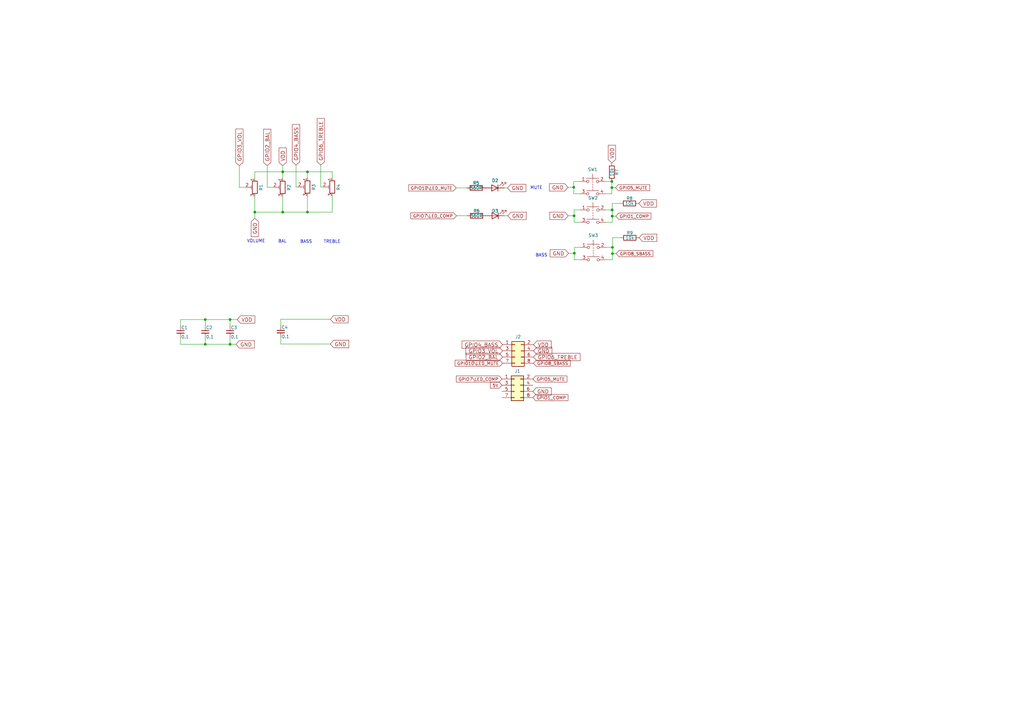
<source format=kicad_sch>
(kicad_sch (version 20211123) (generator eeschema)

  (uuid 67f6e996-3c99-493c-8f6f-e739e2ed5d7a)

  (paper "A3")

  (lib_symbols
    (symbol "Connector_Generic:Conn_02x04_Odd_Even" (pin_names (offset 1.016) hide) (in_bom yes) (on_board yes)
      (property "Reference" "J" (id 0) (at 1.27 5.08 0)
        (effects (font (size 1.27 1.27)))
      )
      (property "Value" "Conn_02x04_Odd_Even" (id 1) (at 1.27 -7.62 0)
        (effects (font (size 1.27 1.27)))
      )
      (property "Footprint" "" (id 2) (at 0 0 0)
        (effects (font (size 1.27 1.27)) hide)
      )
      (property "Datasheet" "~" (id 3) (at 0 0 0)
        (effects (font (size 1.27 1.27)) hide)
      )
      (property "ki_keywords" "connector" (id 4) (at 0 0 0)
        (effects (font (size 1.27 1.27)) hide)
      )
      (property "ki_description" "Generic connector, double row, 02x04, odd/even pin numbering scheme (row 1 odd numbers, row 2 even numbers), script generated (kicad-library-utils/schlib/autogen/connector/)" (id 5) (at 0 0 0)
        (effects (font (size 1.27 1.27)) hide)
      )
      (property "ki_fp_filters" "Connector*:*_2x??_*" (id 6) (at 0 0 0)
        (effects (font (size 1.27 1.27)) hide)
      )
      (symbol "Conn_02x04_Odd_Even_1_1"
        (rectangle (start -1.27 -4.953) (end 0 -5.207)
          (stroke (width 0.1524) (type default) (color 0 0 0 0))
          (fill (type none))
        )
        (rectangle (start -1.27 -2.413) (end 0 -2.667)
          (stroke (width 0.1524) (type default) (color 0 0 0 0))
          (fill (type none))
        )
        (rectangle (start -1.27 0.127) (end 0 -0.127)
          (stroke (width 0.1524) (type default) (color 0 0 0 0))
          (fill (type none))
        )
        (rectangle (start -1.27 2.667) (end 0 2.413)
          (stroke (width 0.1524) (type default) (color 0 0 0 0))
          (fill (type none))
        )
        (rectangle (start -1.27 3.81) (end 3.81 -6.35)
          (stroke (width 0.254) (type default) (color 0 0 0 0))
          (fill (type background))
        )
        (rectangle (start 3.81 -4.953) (end 2.54 -5.207)
          (stroke (width 0.1524) (type default) (color 0 0 0 0))
          (fill (type none))
        )
        (rectangle (start 3.81 -2.413) (end 2.54 -2.667)
          (stroke (width 0.1524) (type default) (color 0 0 0 0))
          (fill (type none))
        )
        (rectangle (start 3.81 0.127) (end 2.54 -0.127)
          (stroke (width 0.1524) (type default) (color 0 0 0 0))
          (fill (type none))
        )
        (rectangle (start 3.81 2.667) (end 2.54 2.413)
          (stroke (width 0.1524) (type default) (color 0 0 0 0))
          (fill (type none))
        )
        (pin passive line (at -5.08 2.54 0) (length 3.81)
          (name "Pin_1" (effects (font (size 1.27 1.27))))
          (number "1" (effects (font (size 1.27 1.27))))
        )
        (pin passive line (at 7.62 2.54 180) (length 3.81)
          (name "Pin_2" (effects (font (size 1.27 1.27))))
          (number "2" (effects (font (size 1.27 1.27))))
        )
        (pin passive line (at -5.08 0 0) (length 3.81)
          (name "Pin_3" (effects (font (size 1.27 1.27))))
          (number "3" (effects (font (size 1.27 1.27))))
        )
        (pin passive line (at 7.62 0 180) (length 3.81)
          (name "Pin_4" (effects (font (size 1.27 1.27))))
          (number "4" (effects (font (size 1.27 1.27))))
        )
        (pin passive line (at -5.08 -2.54 0) (length 3.81)
          (name "Pin_5" (effects (font (size 1.27 1.27))))
          (number "5" (effects (font (size 1.27 1.27))))
        )
        (pin passive line (at 7.62 -2.54 180) (length 3.81)
          (name "Pin_6" (effects (font (size 1.27 1.27))))
          (number "6" (effects (font (size 1.27 1.27))))
        )
        (pin passive line (at -5.08 -5.08 0) (length 3.81)
          (name "Pin_7" (effects (font (size 1.27 1.27))))
          (number "7" (effects (font (size 1.27 1.27))))
        )
        (pin passive line (at 7.62 -5.08 180) (length 3.81)
          (name "Pin_8" (effects (font (size 1.27 1.27))))
          (number "8" (effects (font (size 1.27 1.27))))
        )
      )
    )
    (symbol "Device:C_Small" (pin_numbers hide) (pin_names (offset 0.254) hide) (in_bom yes) (on_board yes)
      (property "Reference" "C" (id 0) (at 0.254 1.778 0)
        (effects (font (size 1.27 1.27)) (justify left))
      )
      (property "Value" "C_Small" (id 1) (at 0.254 -2.032 0)
        (effects (font (size 1.27 1.27)) (justify left))
      )
      (property "Footprint" "" (id 2) (at 0 0 0)
        (effects (font (size 1.27 1.27)) hide)
      )
      (property "Datasheet" "~" (id 3) (at 0 0 0)
        (effects (font (size 1.27 1.27)) hide)
      )
      (property "ki_keywords" "capacitor cap" (id 4) (at 0 0 0)
        (effects (font (size 1.27 1.27)) hide)
      )
      (property "ki_description" "Unpolarized capacitor, small symbol" (id 5) (at 0 0 0)
        (effects (font (size 1.27 1.27)) hide)
      )
      (property "ki_fp_filters" "C_*" (id 6) (at 0 0 0)
        (effects (font (size 1.27 1.27)) hide)
      )
      (symbol "C_Small_0_1"
        (polyline
          (pts
            (xy -1.524 -0.508)
            (xy 1.524 -0.508)
          )
          (stroke (width 0.3302) (type default) (color 0 0 0 0))
          (fill (type none))
        )
        (polyline
          (pts
            (xy -1.524 0.508)
            (xy 1.524 0.508)
          )
          (stroke (width 0.3048) (type default) (color 0 0 0 0))
          (fill (type none))
        )
      )
      (symbol "C_Small_1_1"
        (pin passive line (at 0 2.54 270) (length 2.032)
          (name "~" (effects (font (size 1.27 1.27))))
          (number "1" (effects (font (size 1.27 1.27))))
        )
        (pin passive line (at 0 -2.54 90) (length 2.032)
          (name "~" (effects (font (size 1.27 1.27))))
          (number "2" (effects (font (size 1.27 1.27))))
        )
      )
    )
    (symbol "Device:LED" (pin_numbers hide) (pin_names (offset 1.016) hide) (in_bom yes) (on_board yes)
      (property "Reference" "D" (id 0) (at 0 2.54 0)
        (effects (font (size 1.27 1.27)))
      )
      (property "Value" "LED" (id 1) (at 0 -2.54 0)
        (effects (font (size 1.27 1.27)))
      )
      (property "Footprint" "" (id 2) (at 0 0 0)
        (effects (font (size 1.27 1.27)) hide)
      )
      (property "Datasheet" "~" (id 3) (at 0 0 0)
        (effects (font (size 1.27 1.27)) hide)
      )
      (property "ki_keywords" "LED diode" (id 4) (at 0 0 0)
        (effects (font (size 1.27 1.27)) hide)
      )
      (property "ki_description" "Light emitting diode" (id 5) (at 0 0 0)
        (effects (font (size 1.27 1.27)) hide)
      )
      (property "ki_fp_filters" "LED* LED_SMD:* LED_THT:*" (id 6) (at 0 0 0)
        (effects (font (size 1.27 1.27)) hide)
      )
      (symbol "LED_0_1"
        (polyline
          (pts
            (xy -1.27 -1.27)
            (xy -1.27 1.27)
          )
          (stroke (width 0.254) (type default) (color 0 0 0 0))
          (fill (type none))
        )
        (polyline
          (pts
            (xy -1.27 0)
            (xy 1.27 0)
          )
          (stroke (width 0) (type default) (color 0 0 0 0))
          (fill (type none))
        )
        (polyline
          (pts
            (xy 1.27 -1.27)
            (xy 1.27 1.27)
            (xy -1.27 0)
            (xy 1.27 -1.27)
          )
          (stroke (width 0.254) (type default) (color 0 0 0 0))
          (fill (type none))
        )
        (polyline
          (pts
            (xy -3.048 -0.762)
            (xy -4.572 -2.286)
            (xy -3.81 -2.286)
            (xy -4.572 -2.286)
            (xy -4.572 -1.524)
          )
          (stroke (width 0) (type default) (color 0 0 0 0))
          (fill (type none))
        )
        (polyline
          (pts
            (xy -1.778 -0.762)
            (xy -3.302 -2.286)
            (xy -2.54 -2.286)
            (xy -3.302 -2.286)
            (xy -3.302 -1.524)
          )
          (stroke (width 0) (type default) (color 0 0 0 0))
          (fill (type none))
        )
      )
      (symbol "LED_1_1"
        (pin passive line (at -3.81 0 0) (length 2.54)
          (name "K" (effects (font (size 1.27 1.27))))
          (number "1" (effects (font (size 1.27 1.27))))
        )
        (pin passive line (at 3.81 0 180) (length 2.54)
          (name "A" (effects (font (size 1.27 1.27))))
          (number "2" (effects (font (size 1.27 1.27))))
        )
      )
    )
    (symbol "Device:R" (pin_numbers hide) (pin_names (offset 0)) (in_bom yes) (on_board yes)
      (property "Reference" "R" (id 0) (at 2.032 0 90)
        (effects (font (size 1.27 1.27)))
      )
      (property "Value" "R" (id 1) (at 0 0 90)
        (effects (font (size 1.27 1.27)))
      )
      (property "Footprint" "" (id 2) (at -1.778 0 90)
        (effects (font (size 1.27 1.27)) hide)
      )
      (property "Datasheet" "~" (id 3) (at 0 0 0)
        (effects (font (size 1.27 1.27)) hide)
      )
      (property "ki_keywords" "R res resistor" (id 4) (at 0 0 0)
        (effects (font (size 1.27 1.27)) hide)
      )
      (property "ki_description" "Resistor" (id 5) (at 0 0 0)
        (effects (font (size 1.27 1.27)) hide)
      )
      (property "ki_fp_filters" "R_*" (id 6) (at 0 0 0)
        (effects (font (size 1.27 1.27)) hide)
      )
      (symbol "R_0_1"
        (rectangle (start -1.016 -2.54) (end 1.016 2.54)
          (stroke (width 0.254) (type default) (color 0 0 0 0))
          (fill (type none))
        )
      )
      (symbol "R_1_1"
        (pin passive line (at 0 3.81 270) (length 1.27)
          (name "~" (effects (font (size 1.27 1.27))))
          (number "1" (effects (font (size 1.27 1.27))))
        )
        (pin passive line (at 0 -3.81 90) (length 1.27)
          (name "~" (effects (font (size 1.27 1.27))))
          (number "2" (effects (font (size 1.27 1.27))))
        )
      )
    )
    (symbol "Streamer_PCM5242_FRONT_1-rescue:R_POT_TRIM-Device" (pin_names (offset 1.016) hide) (in_bom yes) (on_board yes)
      (property "Reference" "RV" (id 0) (at -4.445 0 90)
        (effects (font (size 1.27 1.27)))
      )
      (property "Value" "R_POT_TRIM-Device" (id 1) (at -2.54 0 90)
        (effects (font (size 1.27 1.27)))
      )
      (property "Footprint" "" (id 2) (at 0 0 0)
        (effects (font (size 1.27 1.27)) hide)
      )
      (property "Datasheet" "" (id 3) (at 0 0 0)
        (effects (font (size 1.27 1.27)) hide)
      )
      (property "ki_fp_filters" "Potentiometer*" (id 4) (at 0 0 0)
        (effects (font (size 1.27 1.27)) hide)
      )
      (symbol "R_POT_TRIM-Device_0_1"
        (polyline
          (pts
            (xy 1.524 0.762)
            (xy 1.524 -0.762)
          )
          (stroke (width 0) (type default) (color 0 0 0 0))
          (fill (type none))
        )
        (polyline
          (pts
            (xy 2.54 0)
            (xy 1.524 0)
          )
          (stroke (width 0) (type default) (color 0 0 0 0))
          (fill (type none))
        )
        (rectangle (start 1.016 2.54) (end -1.016 -2.54)
          (stroke (width 0.254) (type default) (color 0 0 0 0))
          (fill (type none))
        )
      )
      (symbol "R_POT_TRIM-Device_1_1"
        (pin passive line (at 0 3.81 270) (length 1.27)
          (name "1" (effects (font (size 1.27 1.27))))
          (number "1" (effects (font (size 1.27 1.27))))
        )
        (pin passive line (at 3.81 0 180) (length 1.27)
          (name "2" (effects (font (size 1.27 1.27))))
          (number "2" (effects (font (size 1.27 1.27))))
        )
        (pin passive line (at 0 -3.81 90) (length 1.27)
          (name "3" (effects (font (size 1.27 1.27))))
          (number "3" (effects (font (size 1.27 1.27))))
        )
      )
    )
    (symbol "Switch:SW_Push_Dual" (pin_names (offset 1.016) hide) (in_bom yes) (on_board yes)
      (property "Reference" "SW" (id 0) (at 1.27 2.54 0)
        (effects (font (size 1.27 1.27)) (justify left))
      )
      (property "Value" "SW_Push_Dual" (id 1) (at 0 -6.858 0)
        (effects (font (size 1.27 1.27)))
      )
      (property "Footprint" "" (id 2) (at 0 5.08 0)
        (effects (font (size 1.27 1.27)) hide)
      )
      (property "Datasheet" "~" (id 3) (at 0 5.08 0)
        (effects (font (size 1.27 1.27)) hide)
      )
      (property "ki_keywords" "switch normally-open pushbutton push-button" (id 4) (at 0 0 0)
        (effects (font (size 1.27 1.27)) hide)
      )
      (property "ki_description" "Push button switch, generic, symbol, four pins" (id 5) (at 0 0 0)
        (effects (font (size 1.27 1.27)) hide)
      )
      (symbol "SW_Push_Dual_0_1"
        (circle (center -2.032 -5.08) (radius 0.508)
          (stroke (width 0) (type default) (color 0 0 0 0))
          (fill (type none))
        )
        (circle (center -2.032 0) (radius 0.508)
          (stroke (width 0) (type default) (color 0 0 0 0))
          (fill (type none))
        )
        (polyline
          (pts
            (xy 0 -3.048)
            (xy 0 -3.556)
          )
          (stroke (width 0) (type default) (color 0 0 0 0))
          (fill (type none))
        )
        (polyline
          (pts
            (xy 0 -2.032)
            (xy 0 -2.54)
          )
          (stroke (width 0) (type default) (color 0 0 0 0))
          (fill (type none))
        )
        (polyline
          (pts
            (xy 0 -1.524)
            (xy 0 -1.016)
          )
          (stroke (width 0) (type default) (color 0 0 0 0))
          (fill (type none))
        )
        (polyline
          (pts
            (xy 0 -0.508)
            (xy 0 0)
          )
          (stroke (width 0) (type default) (color 0 0 0 0))
          (fill (type none))
        )
        (polyline
          (pts
            (xy 0 0.508)
            (xy 0 1.016)
          )
          (stroke (width 0) (type default) (color 0 0 0 0))
          (fill (type none))
        )
        (polyline
          (pts
            (xy 0 1.27)
            (xy 0 3.048)
          )
          (stroke (width 0) (type default) (color 0 0 0 0))
          (fill (type none))
        )
        (polyline
          (pts
            (xy 2.54 -3.81)
            (xy -2.54 -3.81)
          )
          (stroke (width 0) (type default) (color 0 0 0 0))
          (fill (type none))
        )
        (polyline
          (pts
            (xy 2.54 1.27)
            (xy -2.54 1.27)
          )
          (stroke (width 0) (type default) (color 0 0 0 0))
          (fill (type none))
        )
        (circle (center 2.032 -5.08) (radius 0.508)
          (stroke (width 0) (type default) (color 0 0 0 0))
          (fill (type none))
        )
        (circle (center 2.032 0) (radius 0.508)
          (stroke (width 0) (type default) (color 0 0 0 0))
          (fill (type none))
        )
        (pin passive line (at -5.08 0 0) (length 2.54)
          (name "1" (effects (font (size 1.27 1.27))))
          (number "1" (effects (font (size 1.27 1.27))))
        )
        (pin passive line (at 5.08 0 180) (length 2.54)
          (name "2" (effects (font (size 1.27 1.27))))
          (number "2" (effects (font (size 1.27 1.27))))
        )
        (pin passive line (at -5.08 -5.08 0) (length 2.54)
          (name "3" (effects (font (size 1.27 1.27))))
          (number "3" (effects (font (size 1.27 1.27))))
        )
        (pin passive line (at 5.08 -5.08 180) (length 2.54)
          (name "4" (effects (font (size 1.27 1.27))))
          (number "4" (effects (font (size 1.27 1.27))))
        )
      )
    )
  )

  (junction (at 104.521 86.995) (diameter 0) (color 0 0 0 0)
    (uuid 0f22151c-f260-4674-b486-4710a2c42a55)
  )
  (junction (at 84.201 141.224) (diameter 0) (color 0 0 0 0)
    (uuid 378af8b4-af3d-46e7-89ae-deff12ca9067)
  )
  (junction (at 235.331 76.835) (diameter 0) (color 0 0 0 0)
    (uuid 4f66b314-0f62-4fb6-8c3c-f9c6a75cd3ec)
  )
  (junction (at 94.361 141.224) (diameter 0) (color 0 0 0 0)
    (uuid 4fb02e58-160a-4a39-9f22-d0c75e82ee72)
  )
  (junction (at 126.111 86.995) (diameter 0) (color 0 0 0 0)
    (uuid 66043bca-a260-4915-9fce-8a51d324c687)
  )
  (junction (at 251.079 86.106) (diameter 0) (color 0 0 0 0)
    (uuid 6781326c-6e0d-4753-8f28-0f5c687e01f9)
  )
  (junction (at 115.951 86.995) (diameter 0) (color 0 0 0 0)
    (uuid 6c2e273e-743c-4f1e-a647-4171f8122550)
  )
  (junction (at 250.952 76.962) (diameter 0) (color 0 0 0 0)
    (uuid 730b670c-9bcf-4dcd-9a8d-fcaa61fb0955)
  )
  (junction (at 94.361 131.064) (diameter 0) (color 0 0 0 0)
    (uuid 77ed3941-d133-4aef-a9af-5a39322d14eb)
  )
  (junction (at 126.111 70.485) (diameter 0) (color 0 0 0 0)
    (uuid 852dabbf-de45-4470-8176-59d37a754407)
  )
  (junction (at 250.952 74.422) (diameter 0) (color 0 0 0 0)
    (uuid 87d7448e-e139-4209-ae0b-372f805267da)
  )
  (junction (at 235.585 103.886) (diameter 0) (color 0 0 0 0)
    (uuid 8d9a3ecc-539f-41da-8099-d37cea9c28e7)
  )
  (junction (at 251.206 101.473) (diameter 0) (color 0 0 0 0)
    (uuid 9b3c58a7-a9b9-4498-abc0-f9f43e4f0292)
  )
  (junction (at 251.079 88.646) (diameter 0) (color 0 0 0 0)
    (uuid cb24efdd-07c6-4317-9277-131625b065ac)
  )
  (junction (at 84.201 131.064) (diameter 0) (color 0 0 0 0)
    (uuid df32840e-2912-4088-b54c-9a85f64c0265)
  )
  (junction (at 235.458 88.519) (diameter 0) (color 0 0 0 0)
    (uuid f202141e-c20d-4cac-b016-06a44f2ecce8)
  )
  (junction (at 251.206 104.013) (diameter 0) (color 0 0 0 0)
    (uuid f40d350f-0d3e-4f8a-b004-d950f2f8f1ba)
  )
  (junction (at 115.951 70.485) (diameter 0) (color 0 0 0 0)
    (uuid fe8d9267-7834-48d6-a191-c8724b2ee78d)
  )

  (wire (pts (xy 235.331 76.835) (xy 235.331 79.502))
    (stroke (width 0) (type default) (color 0 0 0 0))
    (uuid 01e9b6e7-adf9-4ee7-9447-a588630ee4a2)
  )
  (wire (pts (xy 115.951 86.995) (xy 104.521 86.995))
    (stroke (width 0) (type default) (color 0 0 0 0))
    (uuid 03c52831-5dc5-43c5-a442-8d23643b46fb)
  )
  (wire (pts (xy 115.189 138.557) (xy 115.189 141.097))
    (stroke (width 0) (type default) (color 0 0 0 0))
    (uuid 03caada9-9e22-4e2d-9035-b15433dfbb17)
  )
  (wire (pts (xy 250.952 74.422) (xy 250.952 76.962))
    (stroke (width 0) (type default) (color 0 0 0 0))
    (uuid 0755aee5-bc01-4cb5-b830-583289df50a3)
  )
  (wire (pts (xy 115.951 70.485) (xy 115.951 73.025))
    (stroke (width 0) (type default) (color 0 0 0 0))
    (uuid 0b21a65d-d20b-411e-920a-75c343ac5136)
  )
  (wire (pts (xy 251.206 104.013) (xy 251.206 106.553))
    (stroke (width 0) (type default) (color 0 0 0 0))
    (uuid 0e1ed1c5-7428-4dc7-b76e-49b2d5f8177d)
  )
  (wire (pts (xy 109.601 76.835) (xy 112.141 76.835))
    (stroke (width 0) (type default) (color 0 0 0 0))
    (uuid 0eaa98f0-9565-4637-ace3-42a5231b07f7)
  )
  (wire (pts (xy 136.271 86.995) (xy 126.111 86.995))
    (stroke (width 0) (type default) (color 0 0 0 0))
    (uuid 0f54db53-a272-4955-88fb-d7ab00657bb0)
  )
  (wire (pts (xy 84.201 138.684) (xy 84.201 141.224))
    (stroke (width 0) (type default) (color 0 0 0 0))
    (uuid 0ff508fd-18da-4ab7-9844-3c8a28c2587e)
  )
  (wire (pts (xy 254.381 83.439) (xy 251.079 83.439))
    (stroke (width 0) (type default) (color 0 0 0 0))
    (uuid 101ef598-601d-400e-9ef6-d655fbb1dbfa)
  )
  (wire (pts (xy 115.189 133.477) (xy 115.189 130.937))
    (stroke (width 0) (type default) (color 0 0 0 0))
    (uuid 13c0ff76-ed71-4cd9-abb0-92c376825d5d)
  )
  (wire (pts (xy 115.189 141.097) (xy 135.509 141.097))
    (stroke (width 0) (type default) (color 0 0 0 0))
    (uuid 15fe8f3d-6077-4e0e-81d0-8ec3f4538981)
  )
  (wire (pts (xy 251.079 91.186) (xy 248.285 91.186))
    (stroke (width 0) (type default) (color 0 0 0 0))
    (uuid 16a9ae8c-3ad2-439b-8efe-377c994670c7)
  )
  (wire (pts (xy 98.171 67.945) (xy 98.171 76.835))
    (stroke (width 0) (type default) (color 0 0 0 0))
    (uuid 181abe7a-f941-42b6-bd46-aaa3131f90fb)
  )
  (wire (pts (xy 235.458 88.519) (xy 235.458 91.186))
    (stroke (width 0) (type default) (color 0 0 0 0))
    (uuid 182b2d54-931d-49d6-9f39-60a752623e36)
  )
  (wire (pts (xy 104.521 80.645) (xy 104.521 86.995))
    (stroke (width 0) (type default) (color 0 0 0 0))
    (uuid 1831fb37-1c5d-42c4-b898-151be6fca9dc)
  )
  (wire (pts (xy 121.412 67.691) (xy 121.412 76.708))
    (stroke (width 0) (type default) (color 0 0 0 0))
    (uuid 1a1ab354-5f85-45f9-938c-9f6c4c8c3ea2)
  )
  (wire (pts (xy 94.361 138.684) (xy 94.361 141.224))
    (stroke (width 0) (type default) (color 0 0 0 0))
    (uuid 1f3003e6-dce5-420f-906b-3f1e92b67249)
  )
  (wire (pts (xy 238.252 101.473) (xy 235.585 101.473))
    (stroke (width 0) (type default) (color 0 0 0 0))
    (uuid 275aa44a-b61f-489f-9e2a-819a0fe0d1eb)
  )
  (wire (pts (xy 126.111 80.518) (xy 126.111 86.995))
    (stroke (width 0) (type default) (color 0 0 0 0))
    (uuid 2d210a96-f81f-42a9-8bf4-1b43c11086f3)
  )
  (wire (pts (xy 131.572 67.691) (xy 131.572 76.708))
    (stroke (width 0) (type default) (color 0 0 0 0))
    (uuid 31e08896-1992-4725-96d9-9d2728bca7a3)
  )
  (wire (pts (xy 254.508 97.536) (xy 251.206 97.536))
    (stroke (width 0) (type default) (color 0 0 0 0))
    (uuid 35a9f71f-ba35-47f6-814e-4106ac36c51e)
  )
  (wire (pts (xy 104.521 73.025) (xy 104.521 70.485))
    (stroke (width 0) (type default) (color 0 0 0 0))
    (uuid 3cd1bda0-18db-417d-b581-a0c50623df68)
  )
  (wire (pts (xy 121.412 76.708) (xy 122.301 76.708))
    (stroke (width 0) (type default) (color 0 0 0 0))
    (uuid 42713045-fffd-4b2d-ae1e-7232d705fb12)
  )
  (wire (pts (xy 250.952 79.502) (xy 248.158 79.502))
    (stroke (width 0) (type default) (color 0 0 0 0))
    (uuid 4a21e717-d46d-4d9e-8b98-af4ecb02d3ec)
  )
  (wire (pts (xy 248.158 74.422) (xy 250.952 74.422))
    (stroke (width 0) (type default) (color 0 0 0 0))
    (uuid 4fb21471-41be-4be8-9687-66030f97befc)
  )
  (wire (pts (xy 251.206 101.473) (xy 251.206 104.013))
    (stroke (width 0) (type default) (color 0 0 0 0))
    (uuid 57c0c267-8bf9-4cc7-b734-d71a239ac313)
  )
  (wire (pts (xy 251.079 88.646) (xy 251.079 91.186))
    (stroke (width 0) (type default) (color 0 0 0 0))
    (uuid 5bcace5d-edd0-4e19-92d0-835e43cf8eb2)
  )
  (wire (pts (xy 251.206 106.553) (xy 248.412 106.553))
    (stroke (width 0) (type default) (color 0 0 0 0))
    (uuid 5ca4be1c-537e-4a4a-b344-d0c8ffde8546)
  )
  (wire (pts (xy 235.331 74.422) (xy 235.331 76.835))
    (stroke (width 0) (type default) (color 0 0 0 0))
    (uuid 60dcd1fe-7079-4cb8-b509-04558ccf5097)
  )
  (wire (pts (xy 187.071 77.089) (xy 191.516 77.089))
    (stroke (width 0) (type default) (color 0 0 0 0))
    (uuid 63ff1c93-3f96-4c33-b498-5dd8c33bccc0)
  )
  (wire (pts (xy 126.111 70.485) (xy 115.951 70.485))
    (stroke (width 0) (type default) (color 0 0 0 0))
    (uuid 666713b0-70f4-42df-8761-f65bc212d03b)
  )
  (wire (pts (xy 233.172 103.886) (xy 235.585 103.886))
    (stroke (width 0) (type default) (color 0 0 0 0))
    (uuid 676efd2f-1c48-4786-9e4b-2444f1e8f6ff)
  )
  (wire (pts (xy 84.201 141.224) (xy 74.041 141.224))
    (stroke (width 0) (type default) (color 0 0 0 0))
    (uuid 68877d35-b796-44db-9124-b8e744e7412e)
  )
  (wire (pts (xy 252.603 88.646) (xy 251.079 88.646))
    (stroke (width 0) (type default) (color 0 0 0 0))
    (uuid 6c2d26bc-6eca-436c-8025-79f817bf57d6)
  )
  (wire (pts (xy 235.585 101.473) (xy 235.585 103.886))
    (stroke (width 0) (type default) (color 0 0 0 0))
    (uuid 6c67e4f6-9d04-4539-b356-b76e915ce848)
  )
  (wire (pts (xy 109.601 67.945) (xy 109.601 76.835))
    (stroke (width 0) (type default) (color 0 0 0 0))
    (uuid 704d6d51-bb34-4cbf-83d8-841e208048d8)
  )
  (wire (pts (xy 251.079 86.106) (xy 251.079 88.646))
    (stroke (width 0) (type default) (color 0 0 0 0))
    (uuid 770ad51a-7219-4633-b24a-bd20feb0a6c5)
  )
  (wire (pts (xy 235.458 91.186) (xy 238.125 91.186))
    (stroke (width 0) (type default) (color 0 0 0 0))
    (uuid 789ca812-3e0c-4a3f-97bc-a916dd9bce80)
  )
  (wire (pts (xy 126.111 70.485) (xy 126.111 72.898))
    (stroke (width 0) (type default) (color 0 0 0 0))
    (uuid 7dc880bc-e7eb-4cce-8d8c-0b65a9dd788e)
  )
  (wire (pts (xy 136.271 70.485) (xy 126.111 70.485))
    (stroke (width 0) (type default) (color 0 0 0 0))
    (uuid 80094b70-85ab-4ff6-934b-60d5ee65023a)
  )
  (wire (pts (xy 84.201 133.604) (xy 84.201 131.064))
    (stroke (width 0) (type default) (color 0 0 0 0))
    (uuid 8412992d-8754-44de-9e08-115cec1a3eff)
  )
  (wire (pts (xy 248.412 101.473) (xy 251.206 101.473))
    (stroke (width 0) (type default) (color 0 0 0 0))
    (uuid 853ee787-6e2c-4f32-bc75-6c17337dd3d5)
  )
  (wire (pts (xy 252.476 76.962) (xy 250.952 76.962))
    (stroke (width 0) (type default) (color 0 0 0 0))
    (uuid 8a650ebf-3f78-4ca4-a26b-a5028693e36d)
  )
  (wire (pts (xy 206.756 77.089) (xy 208.153 77.089))
    (stroke (width 0) (type default) (color 0 0 0 0))
    (uuid 8da933a9-35f8-42e6-8504-d1bab7264306)
  )
  (wire (pts (xy 74.041 131.064) (xy 74.041 133.604))
    (stroke (width 0) (type default) (color 0 0 0 0))
    (uuid 911bdcbe-493f-4e21-a506-7cbc636e2c17)
  )
  (wire (pts (xy 136.271 80.518) (xy 136.271 86.995))
    (stroke (width 0) (type default) (color 0 0 0 0))
    (uuid 922058ca-d09a-45fd-8394-05f3e2c1e03a)
  )
  (wire (pts (xy 115.951 80.645) (xy 115.951 86.995))
    (stroke (width 0) (type default) (color 0 0 0 0))
    (uuid 9340c285-5767-42d5-8b6d-63fe2a40ddf3)
  )
  (wire (pts (xy 84.201 131.064) (xy 74.041 131.064))
    (stroke (width 0) (type default) (color 0 0 0 0))
    (uuid 9f8381e9-3077-4453-a480-a01ad9c1a940)
  )
  (wire (pts (xy 233.045 88.519) (xy 235.458 88.519))
    (stroke (width 0) (type default) (color 0 0 0 0))
    (uuid a17904b9-135e-4dae-ae20-401c7787de72)
  )
  (wire (pts (xy 104.521 86.995) (xy 104.521 89.535))
    (stroke (width 0) (type default) (color 0 0 0 0))
    (uuid a1823eb2-fb0d-4ed8-8b96-04184ac3a9d5)
  )
  (wire (pts (xy 74.041 138.684) (xy 74.041 141.224))
    (stroke (width 0) (type default) (color 0 0 0 0))
    (uuid a27eb049-c992-4f11-a026-1e6a8d9d0160)
  )
  (wire (pts (xy 232.918 76.835) (xy 235.331 76.835))
    (stroke (width 0) (type default) (color 0 0 0 0))
    (uuid a5cd8da1-8f7f-4f80-bb23-0317de562222)
  )
  (wire (pts (xy 252.73 104.013) (xy 251.206 104.013))
    (stroke (width 0) (type default) (color 0 0 0 0))
    (uuid aa2ea573-3f20-43c1-aa99-1f9c6031a9aa)
  )
  (wire (pts (xy 250.952 76.962) (xy 250.952 79.502))
    (stroke (width 0) (type default) (color 0 0 0 0))
    (uuid abe07c9a-17c3-43b5-b7a6-ae867ac27ea7)
  )
  (wire (pts (xy 235.585 106.553) (xy 238.252 106.553))
    (stroke (width 0) (type default) (color 0 0 0 0))
    (uuid b447dbb1-d38e-4a15-93cb-12c25382ea53)
  )
  (wire (pts (xy 131.572 76.708) (xy 132.461 76.708))
    (stroke (width 0) (type default) (color 0 0 0 0))
    (uuid b5352a33-563a-4ffe-a231-2e68fb54afa3)
  )
  (wire (pts (xy 248.285 86.106) (xy 251.079 86.106))
    (stroke (width 0) (type default) (color 0 0 0 0))
    (uuid b7199d9b-bebb-4100-9ad3-c2bd31e21d65)
  )
  (wire (pts (xy 187.198 88.519) (xy 191.643 88.519))
    (stroke (width 0) (type default) (color 0 0 0 0))
    (uuid b88717bd-086f-46cd-9d3f-0396009d0996)
  )
  (wire (pts (xy 94.361 131.064) (xy 84.201 131.064))
    (stroke (width 0) (type default) (color 0 0 0 0))
    (uuid b96fe6ac-3535-4455-ab88-ed77f5e46d6e)
  )
  (wire (pts (xy 206.883 88.519) (xy 208.28 88.519))
    (stroke (width 0) (type default) (color 0 0 0 0))
    (uuid bd5408e4-362d-4e43-9d39-78fb99eb52c8)
  )
  (wire (pts (xy 251.206 97.536) (xy 251.206 101.473))
    (stroke (width 0) (type default) (color 0 0 0 0))
    (uuid c094494a-f6f7-43fc-a007-4951484ddf3a)
  )
  (wire (pts (xy 94.361 141.224) (xy 84.201 141.224))
    (stroke (width 0) (type default) (color 0 0 0 0))
    (uuid c332fa55-4168-4f55-88a5-f82c7c21040b)
  )
  (wire (pts (xy 115.951 67.945) (xy 115.951 70.485))
    (stroke (width 0) (type default) (color 0 0 0 0))
    (uuid c41b3c8b-634e-435a-b582-96b83bbd4032)
  )
  (wire (pts (xy 235.331 79.502) (xy 237.998 79.502))
    (stroke (width 0) (type default) (color 0 0 0 0))
    (uuid c5eb1e4c-ce83-470e-8f32-e20ff1f886a3)
  )
  (wire (pts (xy 251.079 83.439) (xy 251.079 86.106))
    (stroke (width 0) (type default) (color 0 0 0 0))
    (uuid c8029a4c-945d-42ca-871a-dd73ff50a1a3)
  )
  (wire (pts (xy 98.171 76.835) (xy 100.711 76.835))
    (stroke (width 0) (type default) (color 0 0 0 0))
    (uuid ce83728b-bebd-48c2-8734-b6a50d837931)
  )
  (wire (pts (xy 136.271 70.485) (xy 136.271 72.898))
    (stroke (width 0) (type default) (color 0 0 0 0))
    (uuid d4a1d3c4-b315-4bec-9220-d12a9eab51e0)
  )
  (wire (pts (xy 104.521 70.485) (xy 115.951 70.485))
    (stroke (width 0) (type default) (color 0 0 0 0))
    (uuid d57dcfee-5058-4fc2-a68b-05f9a48f685b)
  )
  (wire (pts (xy 238.125 86.106) (xy 235.458 86.106))
    (stroke (width 0) (type default) (color 0 0 0 0))
    (uuid db36f6e3-e72a-487f-bda9-88cc84536f62)
  )
  (wire (pts (xy 115.189 130.937) (xy 135.509 130.937))
    (stroke (width 0) (type default) (color 0 0 0 0))
    (uuid e40e8cef-4fb0-4fc3-be09-3875b2cc8469)
  )
  (wire (pts (xy 235.585 103.886) (xy 235.585 106.553))
    (stroke (width 0) (type default) (color 0 0 0 0))
    (uuid e472dac4-5b65-4920-b8b2-6065d140a69d)
  )
  (wire (pts (xy 235.458 86.106) (xy 235.458 88.519))
    (stroke (width 0) (type default) (color 0 0 0 0))
    (uuid e4c6fdbb-fdc7-4ad4-a516-240d84cdc120)
  )
  (wire (pts (xy 94.361 131.064) (xy 97.282 131.064))
    (stroke (width 0) (type default) (color 0 0 0 0))
    (uuid e615f7aa-337e-474d-9615-2ad82b1c44ca)
  )
  (wire (pts (xy 126.111 86.995) (xy 115.951 86.995))
    (stroke (width 0) (type default) (color 0 0 0 0))
    (uuid e857610b-4434-4144-b04e-43c1ebdc5ceb)
  )
  (wire (pts (xy 237.998 74.422) (xy 235.331 74.422))
    (stroke (width 0) (type default) (color 0 0 0 0))
    (uuid ec31c074-17b2-48e1-ab01-071acad3fa04)
  )
  (wire (pts (xy 96.774 141.224) (xy 94.361 141.224))
    (stroke (width 0) (type default) (color 0 0 0 0))
    (uuid ef8fe2ac-6a7f-4682-9418-b801a1b10a3b)
  )
  (wire (pts (xy 94.361 133.604) (xy 94.361 131.064))
    (stroke (width 0) (type default) (color 0 0 0 0))
    (uuid ffd175d1-912a-4224-be1e-a8198680f46b)
  )

  (text "BASS" (at 219.583 105.537 0)
    (effects (font (size 1.27 1.27)) (justify left bottom))
    (uuid 1a6d2848-e78e-49fe-8978-e1890f07836f)
  )
  (text "TREBLE" (at 132.715 99.949 0)
    (effects (font (size 1.27 1.27)) (justify left bottom))
    (uuid 24f7628d-681d-4f0e-8409-40a129e929d9)
  )
  (text "BASS" (at 123.063 99.949 0)
    (effects (font (size 1.27 1.27)) (justify left bottom))
    (uuid 3e903008-0276-4a73-8edb-5d9dfde6297c)
  )
  (text "VOLUME" (at 101.219 99.695 0)
    (effects (font (size 1.27 1.27)) (justify left bottom))
    (uuid 6475547d-3216-45a4-a15c-48314f1dd0f9)
  )
  (text "BAL" (at 114.046 99.822 0)
    (effects (font (size 1.27 1.27)) (justify left bottom))
    (uuid 75ffc65c-7132-4411-9f2a-ae0c73d79338)
  )
  (text "MUTE" (at 217.424 77.851 0)
    (effects (font (size 1.27 1.27)) (justify left bottom))
    (uuid a544eb0a-75db-4baf-bf54-9ca21744343b)
  )

  (global_label "GPIO8_SBASS" (shape input) (at 252.73 104.013 0) (fields_autoplaced)
    (effects (font (size 1.27 1.27)) (justify left))
    (uuid 0351df45-d042-41d4-ba35-88092c7be2fc)
    (property "Intersheet References" "${INTERSHEET_REFS}" (id 0) (at 0 0 0)
      (effects (font (size 1.27 1.27)) hide)
    )
  )
  (global_label "VDD" (shape input) (at 135.509 130.937 0) (fields_autoplaced)
    (effects (font (size 1.524 1.524)) (justify left))
    (uuid 097edb1b-8998-4e70-b670-bba125982348)
    (property "Intersheet References" "${INTERSHEET_REFS}" (id 0) (at 0 0 0)
      (effects (font (size 1.27 1.27)) hide)
    )
  )
  (global_label "GPIO8_SBASS" (shape input) (at 218.821 148.971 0) (fields_autoplaced)
    (effects (font (size 1.27 1.27)) (justify left))
    (uuid 14c51520-6d91-4098-a59a-5121f2a898f7)
    (property "Intersheet References" "${INTERSHEET_REFS}" (id 0) (at 0 0 0)
      (effects (font (size 1.27 1.27)) hide)
    )
  )
  (global_label "GND" (shape input) (at 218.821 143.891 0) (fields_autoplaced)
    (effects (font (size 1.524 1.524)) (justify left))
    (uuid 1e1b062d-fad0-427c-a622-c5b8a80b5268)
    (property "Intersheet References" "${INTERSHEET_REFS}" (id 0) (at 0 0 0)
      (effects (font (size 1.27 1.27)) hide)
    )
  )
  (global_label "GPIO10\\LED_MUTE" (shape input) (at 187.071 77.089 180) (fields_autoplaced)
    (effects (font (size 1.27 1.27)) (justify right))
    (uuid 2d6db888-4e40-41c8-b701-07170fc894bc)
    (property "Intersheet References" "${INTERSHEET_REFS}" (id 0) (at 0 0 0)
      (effects (font (size 1.27 1.27)) hide)
    )
  )
  (global_label "VDD" (shape input) (at 218.821 141.351 0) (fields_autoplaced)
    (effects (font (size 1.524 1.524)) (justify left))
    (uuid 2e642b3e-a476-4c54-9a52-dcea955640cd)
    (property "Intersheet References" "${INTERSHEET_REFS}" (id 0) (at 0 0 0)
      (effects (font (size 1.27 1.27)) hide)
    )
  )
  (global_label "5V" (shape input) (at 205.867 157.988 180) (fields_autoplaced)
    (effects (font (size 1.27 1.27)) (justify right))
    (uuid 30f15357-ce1d-48b9-93dc-7d9b1b2aa048)
    (property "Intersheet References" "${INTERSHEET_REFS}" (id 0) (at 0 0 0)
      (effects (font (size 1.27 1.27)) hide)
    )
  )
  (global_label "GND" (shape input) (at 218.567 160.528 0) (fields_autoplaced)
    (effects (font (size 1.524 1.524)) (justify left))
    (uuid 32667662-ae86-4904-b198-3e95f11851bf)
    (property "Intersheet References" "${INTERSHEET_REFS}" (id 0) (at 0 0 0)
      (effects (font (size 1.27 1.27)) hide)
    )
  )
  (global_label "VDD" (shape input) (at 250.952 66.802 90) (fields_autoplaced)
    (effects (font (size 1.524 1.524)) (justify left))
    (uuid 34a74736-156e-4bf3-9200-cd137cfa59da)
    (property "Intersheet References" "${INTERSHEET_REFS}" (id 0) (at 0 0 0)
      (effects (font (size 1.27 1.27)) hide)
    )
  )
  (global_label "GND" (shape input) (at 135.509 141.097 0) (fields_autoplaced)
    (effects (font (size 1.524 1.524)) (justify left))
    (uuid 3b838d52-596d-4e4d-a6ac-e4c8e7621137)
    (property "Intersheet References" "${INTERSHEET_REFS}" (id 0) (at 0 0 0)
      (effects (font (size 1.27 1.27)) hide)
    )
  )
  (global_label "GND" (shape input) (at 96.774 141.224 0) (fields_autoplaced)
    (effects (font (size 1.524 1.524)) (justify left))
    (uuid 44d8279a-9cd1-4db6-856f-0363131605fc)
    (property "Intersheet References" "${INTERSHEET_REFS}" (id 0) (at 0 0 0)
      (effects (font (size 1.27 1.27)) hide)
    )
  )
  (global_label "GPIO2_BAL" (shape input) (at 109.601 67.945 90) (fields_autoplaced)
    (effects (font (size 1.524 1.524)) (justify left))
    (uuid 48ab88d7-7084-4d02-b109-3ad55a30bb11)
    (property "Intersheet References" "${INTERSHEET_REFS}" (id 0) (at 0 0 0)
      (effects (font (size 1.27 1.27)) hide)
    )
  )
  (global_label "GPIO1_COMP" (shape input) (at 252.603 88.646 0) (fields_autoplaced)
    (effects (font (size 1.27 1.27)) (justify left))
    (uuid 5114c7bf-b955-49f3-a0a8-4b954c81bde0)
    (property "Intersheet References" "${INTERSHEET_REFS}" (id 0) (at 0 0 0)
      (effects (font (size 1.27 1.27)) hide)
    )
  )
  (global_label "GPIO7\\LED_COMP" (shape input) (at 187.198 88.519 180) (fields_autoplaced)
    (effects (font (size 1.27 1.27)) (justify right))
    (uuid 5528bcad-2950-4673-90eb-c37e6952c475)
    (property "Intersheet References" "${INTERSHEET_REFS}" (id 0) (at 0 0 0)
      (effects (font (size 1.27 1.27)) hide)
    )
  )
  (global_label "GPIO2_BAL" (shape input) (at 206.121 146.431 180) (fields_autoplaced)
    (effects (font (size 1.524 1.524)) (justify right))
    (uuid 55e740a3-0735-4744-896e-2bf5437093b9)
    (property "Intersheet References" "${INTERSHEET_REFS}" (id 0) (at 0 0 0)
      (effects (font (size 1.27 1.27)) hide)
    )
  )
  (global_label "GND" (shape input) (at 208.153 77.089 0) (fields_autoplaced)
    (effects (font (size 1.524 1.524)) (justify left))
    (uuid 61fe293f-6808-4b7f-9340-9aaac7054a97)
    (property "Intersheet References" "${INTERSHEET_REFS}" (id 0) (at 0 0 0)
      (effects (font (size 1.27 1.27)) hide)
    )
  )
  (global_label "GND" (shape input) (at 208.28 88.519 0) (fields_autoplaced)
    (effects (font (size 1.524 1.524)) (justify left))
    (uuid 62c076a3-d618-44a2-9042-9a08b3576787)
    (property "Intersheet References" "${INTERSHEET_REFS}" (id 0) (at 0 0 0)
      (effects (font (size 1.27 1.27)) hide)
    )
  )
  (global_label "VDD" (shape input) (at 97.282 131.064 0) (fields_autoplaced)
    (effects (font (size 1.524 1.524)) (justify left))
    (uuid 66116376-6967-4178-9f23-a26cdeafc400)
    (property "Intersheet References" "${INTERSHEET_REFS}" (id 0) (at 0 0 0)
      (effects (font (size 1.27 1.27)) hide)
    )
  )
  (global_label "VDD" (shape input) (at 115.951 67.945 90) (fields_autoplaced)
    (effects (font (size 1.524 1.524)) (justify left))
    (uuid 716e31c5-485f-40b5-88e3-a75900da9811)
    (property "Intersheet References" "${INTERSHEET_REFS}" (id 0) (at 0 0 0)
      (effects (font (size 1.27 1.27)) hide)
    )
  )
  (global_label "GPIO4_BASS" (shape input) (at 206.121 141.351 180) (fields_autoplaced)
    (effects (font (size 1.524 1.524)) (justify right))
    (uuid 71c31975-2c45-4d18-a25a-18e07a55d11e)
    (property "Intersheet References" "${INTERSHEET_REFS}" (id 0) (at 0 0 0)
      (effects (font (size 1.27 1.27)) hide)
    )
  )
  (global_label "GPIO7\\LED_COMP" (shape input) (at 205.867 155.448 180) (fields_autoplaced)
    (effects (font (size 1.27 1.27)) (justify right))
    (uuid 84e5506c-143e-495f-9aa4-d3a71622f213)
    (property "Intersheet References" "${INTERSHEET_REFS}" (id 0) (at 0 0 0)
      (effects (font (size 1.27 1.27)) hide)
    )
  )
  (global_label "GND" (shape input) (at 232.918 76.835 180) (fields_autoplaced)
    (effects (font (size 1.524 1.524)) (justify right))
    (uuid 85b7594c-358f-454b-b2ad-dd0b1d67ed76)
    (property "Intersheet References" "${INTERSHEET_REFS}" (id 0) (at 0 0 0)
      (effects (font (size 1.27 1.27)) hide)
    )
  )
  (global_label "GND" (shape input) (at 104.521 89.535 270) (fields_autoplaced)
    (effects (font (size 1.524 1.524)) (justify right))
    (uuid 8c6a821f-8e19-48f3-8f44-9b340f7689bc)
    (property "Intersheet References" "${INTERSHEET_REFS}" (id 0) (at 0 0 0)
      (effects (font (size 1.27 1.27)) hide)
    )
  )
  (global_label "GPIO4_BASS" (shape input) (at 121.412 67.691 90) (fields_autoplaced)
    (effects (font (size 1.524 1.524)) (justify left))
    (uuid 9157f4ae-0244-4ff1-9f73-3cb4cbb5f280)
    (property "Intersheet References" "${INTERSHEET_REFS}" (id 0) (at 0 0 0)
      (effects (font (size 1.27 1.27)) hide)
    )
  )
  (global_label "VDD" (shape input) (at 262.001 83.439 0) (fields_autoplaced)
    (effects (font (size 1.524 1.524)) (justify left))
    (uuid a8447faf-e0a0-4c4a-ae53-4d4b28669151)
    (property "Intersheet References" "${INTERSHEET_REFS}" (id 0) (at 0 0 0)
      (effects (font (size 1.27 1.27)) hide)
    )
  )
  (global_label "GPIO10\\LED_MUTE" (shape input) (at 206.121 148.971 180) (fields_autoplaced)
    (effects (font (size 1.27 1.27)) (justify right))
    (uuid afb8e687-4a13-41a1-b8c0-89a749e897fe)
    (property "Intersheet References" "${INTERSHEET_REFS}" (id 0) (at 0 0 0)
      (effects (font (size 1.27 1.27)) hide)
    )
  )
  (global_label "GPIO5_MUTE" (shape input) (at 218.567 155.448 0) (fields_autoplaced)
    (effects (font (size 1.27 1.27)) (justify left))
    (uuid bd065eaf-e495-4837-bdb3-129934de1fc7)
    (property "Intersheet References" "${INTERSHEET_REFS}" (id 0) (at 0 0 0)
      (effects (font (size 1.27 1.27)) hide)
    )
  )
  (global_label "GPIO6_TREBLE" (shape input) (at 131.572 67.691 90) (fields_autoplaced)
    (effects (font (size 1.524 1.524)) (justify left))
    (uuid bfc0aadc-38cf-466e-a642-68fdc3138c78)
    (property "Intersheet References" "${INTERSHEET_REFS}" (id 0) (at 0 0 0)
      (effects (font (size 1.27 1.27)) hide)
    )
  )
  (global_label "GPIO3_VOL" (shape input) (at 206.121 143.891 180) (fields_autoplaced)
    (effects (font (size 1.524 1.524)) (justify right))
    (uuid c022004a-c968-410e-b59e-fbab0e561e9d)
    (property "Intersheet References" "${INTERSHEET_REFS}" (id 0) (at 0 0 0)
      (effects (font (size 1.27 1.27)) hide)
    )
  )
  (global_label "VDD" (shape input) (at 262.128 97.536 0) (fields_autoplaced)
    (effects (font (size 1.524 1.524)) (justify left))
    (uuid c701ee8e-1214-4781-a973-17bef7b6e3eb)
    (property "Intersheet References" "${INTERSHEET_REFS}" (id 0) (at 0 0 0)
      (effects (font (size 1.27 1.27)) hide)
    )
  )
  (global_label "GPIO5_MUTE" (shape input) (at 252.476 76.962 0) (fields_autoplaced)
    (effects (font (size 1.27 1.27)) (justify left))
    (uuid ca87f11b-5f48-4b57-8535-68d3ec2fe5a9)
    (property "Intersheet References" "${INTERSHEET_REFS}" (id 0) (at 0 0 0)
      (effects (font (size 1.27 1.27)) hide)
    )
  )
  (global_label "GND" (shape input) (at 233.172 103.886 180) (fields_autoplaced)
    (effects (font (size 1.524 1.524)) (justify right))
    (uuid cfa5c16e-7859-460d-a0b8-cea7d7ea629c)
    (property "Intersheet References" "${INTERSHEET_REFS}" (id 0) (at 0 0 0)
      (effects (font (size 1.27 1.27)) hide)
    )
  )
  (global_label "GPIO6_TREBLE" (shape input) (at 218.821 146.431 0) (fields_autoplaced)
    (effects (font (size 1.524 1.524)) (justify left))
    (uuid e10b5627-3247-4c86-b9f6-ef474ca11543)
    (property "Intersheet References" "${INTERSHEET_REFS}" (id 0) (at 0 0 0)
      (effects (font (size 1.27 1.27)) hide)
    )
  )
  (global_label "GPIO1_COMP" (shape input) (at 218.567 163.068 0) (fields_autoplaced)
    (effects (font (size 1.27 1.27)) (justify left))
    (uuid e43dbe34-ed17-4e35-a5c7-2f1679b3c415)
    (property "Intersheet References" "${INTERSHEET_REFS}" (id 0) (at 0 0 0)
      (effects (font (size 1.27 1.27)) hide)
    )
  )
  (global_label "GND" (shape input) (at 233.045 88.519 180) (fields_autoplaced)
    (effects (font (size 1.524 1.524)) (justify right))
    (uuid e6b860cc-cb76-4220-acfb-68f1eb348bfa)
    (property "Intersheet References" "${INTERSHEET_REFS}" (id 0) (at 0 0 0)
      (effects (font (size 1.27 1.27)) hide)
    )
  )
  (global_label "GPIO3_VOL" (shape input) (at 98.171 67.945 90) (fields_autoplaced)
    (effects (font (size 1.524 1.524)) (justify left))
    (uuid fd470e95-4861-44fe-b1e4-6d8a7c66e144)
    (property "Intersheet References" "${INTERSHEET_REFS}" (id 0) (at 0 0 0)
      (effects (font (size 1.27 1.27)) hide)
    )
  )

  (symbol (lib_id "Device:C_Small") (at 74.041 136.144 0) (unit 1)
    (in_bom yes) (on_board yes)
    (uuid 00000000-0000-0000-0000-000058455ad2)
    (property "Reference" "C1" (id 0) (at 74.295 134.366 0)
      (effects (font (size 1.27 1.27)) (justify left))
    )
    (property "Value" "" (id 1) (at 74.295 138.176 0)
      (effects (font (size 1.27 1.27)) (justify left))
    )
    (property "Footprint" "" (id 2) (at 74.041 136.144 0)
      (effects (font (size 1.27 1.27)) hide)
    )
    (property "Datasheet" "" (id 3) (at 74.041 136.144 0))
    (pin "1" (uuid 1a3c265d-5263-4d9c-a4c1-d300fe219a8b))
    (pin "2" (uuid b2ba0f23-ce61-45d8-b894-487785e72d3c))
  )

  (symbol (lib_id "Device:C_Small") (at 84.201 136.144 0) (unit 1)
    (in_bom yes) (on_board yes)
    (uuid 00000000-0000-0000-0000-000058455b0d)
    (property "Reference" "C2" (id 0) (at 84.455 134.366 0)
      (effects (font (size 1.27 1.27)) (justify left))
    )
    (property "Value" "" (id 1) (at 84.455 138.176 0)
      (effects (font (size 1.27 1.27)) (justify left))
    )
    (property "Footprint" "" (id 2) (at 84.201 136.144 0)
      (effects (font (size 1.27 1.27)) hide)
    )
    (property "Datasheet" "" (id 3) (at 84.201 136.144 0))
    (pin "1" (uuid 3a48f1b9-c4a4-4323-b83d-5f90bef13445))
    (pin "2" (uuid a2820120-d5f5-471c-8bfc-10b9f25328e0))
  )

  (symbol (lib_id "Device:C_Small") (at 94.361 136.144 0) (unit 1)
    (in_bom yes) (on_board yes)
    (uuid 00000000-0000-0000-0000-000058455b4b)
    (property "Reference" "C3" (id 0) (at 94.615 134.366 0)
      (effects (font (size 1.27 1.27)) (justify left))
    )
    (property "Value" "" (id 1) (at 94.615 138.176 0)
      (effects (font (size 1.27 1.27)) (justify left))
    )
    (property "Footprint" "" (id 2) (at 94.361 136.144 0)
      (effects (font (size 1.27 1.27)) hide)
    )
    (property "Datasheet" "" (id 3) (at 94.361 136.144 0))
    (pin "1" (uuid 51d9c586-fc05-401a-a55b-9f969e14ca8d))
    (pin "2" (uuid 52c46f52-f445-4574-8bdd-4abafb489cbd))
  )

  (symbol (lib_id "Device:C_Small") (at 115.189 136.017 0) (unit 1)
    (in_bom yes) (on_board yes)
    (uuid 00000000-0000-0000-0000-000058455b92)
    (property "Reference" "C4" (id 0) (at 115.443 134.239 0)
      (effects (font (size 1.27 1.27)) (justify left))
    )
    (property "Value" "" (id 1) (at 115.443 138.049 0)
      (effects (font (size 1.27 1.27)) (justify left))
    )
    (property "Footprint" "" (id 2) (at 115.189 136.017 0)
      (effects (font (size 1.27 1.27)) hide)
    )
    (property "Datasheet" "" (id 3) (at 115.189 136.017 0))
    (pin "1" (uuid 23426e62-7b1d-421c-abda-4c5a38e13f51))
    (pin "2" (uuid ece8349a-c003-48ad-8ed5-15ef9c735073))
  )

  (symbol (lib_id "Connector_Generic:Conn_02x04_Odd_Even") (at 210.947 157.988 0) (unit 1)
    (in_bom yes) (on_board yes)
    (uuid 00000000-0000-0000-0000-000061a2a6b5)
    (property "Reference" "J1" (id 0) (at 212.217 152.2222 0))
    (property "Value" "" (id 1) (at 212.217 152.2222 0)
      (effects (font (size 1.27 1.27)) hide)
    )
    (property "Footprint" "" (id 2) (at 210.947 157.988 0)
      (effects (font (size 1.27 1.27)) hide)
    )
    (property "Datasheet" "~" (id 3) (at 210.947 157.988 0)
      (effects (font (size 1.27 1.27)) hide)
    )
    (pin "1" (uuid 3423da20-026d-4c53-a2fb-5ef328974b1b))
    (pin "2" (uuid 4fbd196f-06ac-4dac-bb0f-0b153b05446e))
    (pin "3" (uuid ec583818-8f10-4faf-b5e2-d073ba38f33b))
    (pin "4" (uuid b26a6b4c-3be6-4e89-bee2-b0c295f909a5))
    (pin "5" (uuid 59959d26-39e5-4b89-96ae-0be1efbd1145))
    (pin "6" (uuid 0fc48702-b298-46b8-8bf9-2429234468cc))
    (pin "7" (uuid 11eb9606-fc8c-4b94-b172-93d5b3410c37))
    (pin "8" (uuid d0904b5b-6976-4fde-88c0-9dfe4284325c))
  )

  (symbol (lib_id "Switch:SW_Push_Dual") (at 243.078 74.422 0) (unit 1)
    (in_bom yes) (on_board yes)
    (uuid 00000000-0000-0000-0000-000061b56712)
    (property "Reference" "SW1" (id 0) (at 243.078 69.5198 0))
    (property "Value" "" (id 1) (at 243.078 69.4944 0)
      (effects (font (size 1.27 1.27)) hide)
    )
    (property "Footprint" "" (id 2) (at 243.078 69.342 0)
      (effects (font (size 1.27 1.27)) hide)
    )
    (property "Datasheet" "~" (id 3) (at 243.078 69.342 0)
      (effects (font (size 1.27 1.27)) hide)
    )
    (pin "1" (uuid 4e01d995-cf9f-4a31-99cf-d5ac4c8a219e))
    (pin "2" (uuid 5439d74c-f369-4289-8c2a-dda3c8a034bf))
    (pin "3" (uuid 923ae356-9f09-429b-8835-e7a15c254909))
    (pin "4" (uuid 01a88f86-a83c-4f92-819f-815264ae511b))
  )

  (symbol (lib_id "Switch:SW_Push_Dual") (at 243.205 86.106 0) (unit 1)
    (in_bom yes) (on_board yes)
    (uuid 00000000-0000-0000-0000-000061b63860)
    (property "Reference" "SW2" (id 0) (at 243.205 81.2038 0))
    (property "Value" "" (id 1) (at 243.205 81.1784 0)
      (effects (font (size 1.27 1.27)) hide)
    )
    (property "Footprint" "" (id 2) (at 243.205 81.026 0)
      (effects (font (size 1.27 1.27)) hide)
    )
    (property "Datasheet" "~" (id 3) (at 243.205 81.026 0)
      (effects (font (size 1.27 1.27)) hide)
    )
    (pin "1" (uuid 3939dd63-37da-45ce-9c32-628e2f4994c0))
    (pin "2" (uuid f52642e6-272b-4a6c-8a2a-3648afd3ff11))
    (pin "3" (uuid 72889597-2ed5-425a-a967-2a84cd5d720e))
    (pin "4" (uuid 8167a791-1403-4e22-9b1b-6f0be4bb2295))
  )

  (symbol (lib_id "Device:R") (at 250.952 70.612 0) (mirror x) (unit 1)
    (in_bom yes) (on_board yes)
    (uuid 00000000-0000-0000-0000-000061c4a118)
    (property "Reference" "R7" (id 0) (at 252.984 70.612 90))
    (property "Value" "" (id 1) (at 250.952 70.612 90))
    (property "Footprint" "" (id 2) (at 249.174 70.612 90)
      (effects (font (size 1.27 1.27)) hide)
    )
    (property "Datasheet" "" (id 3) (at 250.952 70.612 0))
    (pin "1" (uuid fc06363f-2316-4240-aaf3-bf886e91d534))
    (pin "2" (uuid e434fc74-9152-42b0-860e-eaf7f83ac3b1))
  )

  (symbol (lib_id "Device:R") (at 258.191 83.439 270) (mirror x) (unit 1)
    (in_bom yes) (on_board yes)
    (uuid 00000000-0000-0000-0000-000061c4d8f7)
    (property "Reference" "R8" (id 0) (at 258.191 81.407 90))
    (property "Value" "" (id 1) (at 258.191 83.439 90))
    (property "Footprint" "" (id 2) (at 258.191 85.217 90)
      (effects (font (size 1.27 1.27)) hide)
    )
    (property "Datasheet" "" (id 3) (at 258.191 83.439 0))
    (pin "1" (uuid f5f7cf5a-843d-467c-97d8-de29adab5d08))
    (pin "2" (uuid 66e17a71-96cf-4407-9b8f-494da5ce20c0))
  )

  (symbol (lib_id "Device:R") (at 258.318 97.536 270) (mirror x) (unit 1)
    (in_bom yes) (on_board yes)
    (uuid 00000000-0000-0000-0000-000061c4e9b0)
    (property "Reference" "R9" (id 0) (at 258.318 95.504 90))
    (property "Value" "" (id 1) (at 258.318 97.536 90))
    (property "Footprint" "" (id 2) (at 258.318 99.314 90)
      (effects (font (size 1.27 1.27)) hide)
    )
    (property "Datasheet" "" (id 3) (at 258.318 97.536 0))
    (pin "1" (uuid bba47310-6ba9-4a3e-8284-50523fb7bf46))
    (pin "2" (uuid 0b1bb36d-6044-45a6-bbde-16ad193f6433))
  )

  (symbol (lib_id "Connector_Generic:Conn_02x04_Odd_Even") (at 211.201 143.891 0) (unit 1)
    (in_bom yes) (on_board yes)
    (uuid 00000000-0000-0000-0000-000061cd8b0f)
    (property "Reference" "J2" (id 0) (at 212.471 138.1252 0))
    (property "Value" "" (id 1) (at 212.471 138.1252 0)
      (effects (font (size 1.27 1.27)) hide)
    )
    (property "Footprint" "" (id 2) (at 211.201 143.891 0)
      (effects (font (size 1.27 1.27)) hide)
    )
    (property "Datasheet" "~" (id 3) (at 211.201 143.891 0)
      (effects (font (size 1.27 1.27)) hide)
    )
    (pin "1" (uuid 8e00ddee-c8a6-4cc3-ab9e-3667e54ff679))
    (pin "2" (uuid a012a813-82f8-4019-954d-490ca4e34735))
    (pin "3" (uuid b7cf5309-93fc-405e-a49c-01da5771fa67))
    (pin "4" (uuid 2a9c46fd-d22b-43da-9829-a026bbd660f0))
    (pin "5" (uuid 9b495d7b-87d2-42a3-a4ef-09e588b9ef17))
    (pin "6" (uuid 8f5ee264-ab78-438d-b8d5-1e547e5afc7c))
    (pin "7" (uuid d18661d3-23d8-4c1e-a705-ed83f210e6fd))
    (pin "8" (uuid 9779d5c9-5491-49b3-a8bc-9284a9c23311))
  )

  (symbol (lib_id "Streamer_PCM5242_FRONT_1-rescue:R_POT_TRIM-Device") (at 136.271 76.708 0) (mirror y) (unit 1)
    (in_bom yes) (on_board yes)
    (uuid 00000000-0000-0000-0000-0000621fe084)
    (property "Reference" "R4" (id 0) (at 138.811 75.438 90)
      (effects (font (size 1.27 1.27)) (justify right))
    )
    (property "Value" "" (id 1) (at 138.049 77.8764 0)
      (effects (font (size 1.27 1.27)) (justify right) hide)
    )
    (property "Footprint" "" (id 2) (at 136.271 76.708 0)
      (effects (font (size 1.27 1.27)) hide)
    )
    (property "Datasheet" "~" (id 3) (at 136.271 76.708 0)
      (effects (font (size 1.27 1.27)) hide)
    )
    (pin "1" (uuid cc37ae3f-b019-4f49-bf66-7ebcfae4ab05))
    (pin "2" (uuid 39ea51a9-477a-46fb-85de-ff82de87bf30))
    (pin "3" (uuid 8d9043d2-8d39-45b4-879e-f80eb3d8e36e))
  )

  (symbol (lib_id "Streamer_PCM5242_FRONT_1-rescue:R_POT_TRIM-Device") (at 126.111 76.708 0) (mirror y) (unit 1)
    (in_bom yes) (on_board yes)
    (uuid 00000000-0000-0000-0000-0000621fe085)
    (property "Reference" "R3" (id 0) (at 128.651 75.438 90)
      (effects (font (size 1.27 1.27)) (justify right))
    )
    (property "Value" "" (id 1) (at 127.889 77.8764 0)
      (effects (font (size 1.27 1.27)) (justify right) hide)
    )
    (property "Footprint" "" (id 2) (at 126.111 76.708 0)
      (effects (font (size 1.27 1.27)) hide)
    )
    (property "Datasheet" "~" (id 3) (at 126.111 76.708 0)
      (effects (font (size 1.27 1.27)) hide)
    )
    (pin "1" (uuid 49502ef1-13cd-4ac8-b71f-055cab72735c))
    (pin "2" (uuid f44145dd-6175-42fc-b0cf-835ffd78a62c))
    (pin "3" (uuid 739ed152-dc96-476e-82c9-2639f78dfd24))
  )

  (symbol (lib_id "Device:LED") (at 202.946 77.089 180) (unit 1)
    (in_bom yes) (on_board yes)
    (uuid 00000000-0000-0000-0000-0000621fe086)
    (property "Reference" "D2" (id 0) (at 203.073 74.041 0))
    (property "Value" "" (id 1) (at 203.1238 72.771 0)
      (effects (font (size 1.27 1.27)) hide)
    )
    (property "Footprint" "" (id 2) (at 202.946 77.089 0)
      (effects (font (size 1.27 1.27)) hide)
    )
    (property "Datasheet" "~" (id 3) (at 202.946 77.089 0)
      (effects (font (size 1.27 1.27)) hide)
    )
    (pin "1" (uuid fa971bba-6f44-4d1b-aea3-fda778e90ccc))
    (pin "2" (uuid 1e857316-7914-46f8-982b-2cfd8084ac40))
  )

  (symbol (lib_id "Device:LED") (at 203.073 88.519 180) (unit 1)
    (in_bom yes) (on_board yes)
    (uuid 00000000-0000-0000-0000-0000621fe087)
    (property "Reference" "D3" (id 0) (at 203.073 86.487 0))
    (property "Value" "" (id 1) (at 203.073 91.186 0)
      (effects (font (size 1.27 1.27)) hide)
    )
    (property "Footprint" "" (id 2) (at 203.073 88.519 0)
      (effects (font (size 1.27 1.27)) hide)
    )
    (property "Datasheet" "~" (id 3) (at 203.073 88.519 0)
      (effects (font (size 1.27 1.27)) hide)
    )
    (pin "1" (uuid c8bbe335-85fa-43ba-8cce-669492277c6a))
    (pin "2" (uuid e0f0e473-7e5f-4b37-9b31-d09320a17856))
  )

  (symbol (lib_id "Device:R") (at 195.326 77.089 270) (mirror x) (unit 1)
    (in_bom yes) (on_board yes)
    (uuid 00000000-0000-0000-0000-0000621fe088)
    (property "Reference" "R5" (id 0) (at 195.326 75.057 90))
    (property "Value" "" (id 1) (at 195.326 77.089 90))
    (property "Footprint" "" (id 2) (at 195.326 78.867 90)
      (effects (font (size 1.27 1.27)) hide)
    )
    (property "Datasheet" "" (id 3) (at 195.326 77.089 0))
    (pin "1" (uuid 631faf12-5aff-4f26-a794-3a3da24b171d))
    (pin "2" (uuid 81277c52-1389-49fe-9d6c-cc1a3cea1f7d))
  )

  (symbol (lib_id "Device:R") (at 195.453 88.519 270) (mirror x) (unit 1)
    (in_bom yes) (on_board yes)
    (uuid 00000000-0000-0000-0000-0000621fe089)
    (property "Reference" "R6" (id 0) (at 195.453 86.487 90))
    (property "Value" "" (id 1) (at 195.453 88.519 90))
    (property "Footprint" "" (id 2) (at 195.453 90.297 90)
      (effects (font (size 1.27 1.27)) hide)
    )
    (property "Datasheet" "" (id 3) (at 195.453 88.519 0))
    (pin "1" (uuid 48f5a0dc-4b80-4b9f-a771-83de0b96a5a9))
    (pin "2" (uuid 06698ca1-d92d-4e79-a878-952307d9b4f6))
  )

  (symbol (lib_id "Streamer_PCM5242_FRONT_1-rescue:R_POT_TRIM-Device") (at 104.521 76.835 0) (mirror y) (unit 1)
    (in_bom yes) (on_board yes)
    (uuid 00000000-0000-0000-0000-000062202b88)
    (property "Reference" "R1" (id 0) (at 107.061 75.565 90)
      (effects (font (size 1.27 1.27)) (justify right))
    )
    (property "Value" "" (id 1) (at 106.299 78.0034 0)
      (effects (font (size 1.27 1.27)) (justify right) hide)
    )
    (property "Footprint" "" (id 2) (at 104.521 76.835 0)
      (effects (font (size 1.27 1.27)) hide)
    )
    (property "Datasheet" "~" (id 3) (at 104.521 76.835 0)
      (effects (font (size 1.27 1.27)) hide)
    )
    (pin "1" (uuid fb7bf480-6c9b-4bfb-b3a0-f924ff0e3f16))
    (pin "2" (uuid 42fe8857-cbac-4fa4-816a-1c4163aac5a4))
    (pin "3" (uuid 822f8319-7d6e-48ae-9052-19aa3f38d712))
  )

  (symbol (lib_id "Streamer_PCM5242_FRONT_1-rescue:R_POT_TRIM-Device") (at 115.951 76.835 0) (mirror y) (unit 1)
    (in_bom yes) (on_board yes)
    (uuid 00000000-0000-0000-0000-000062202b89)
    (property "Reference" "R2" (id 0) (at 118.491 75.565 90)
      (effects (font (size 1.27 1.27)) (justify right))
    )
    (property "Value" "" (id 1) (at 117.729 78.0034 0)
      (effects (font (size 1.27 1.27)) (justify right) hide)
    )
    (property "Footprint" "" (id 2) (at 115.951 76.835 0)
      (effects (font (size 1.27 1.27)) hide)
    )
    (property "Datasheet" "~" (id 3) (at 115.951 76.835 0)
      (effects (font (size 1.27 1.27)) hide)
    )
    (pin "1" (uuid 6dd8c19a-e580-40f3-ac34-c8b45b88b16e))
    (pin "2" (uuid 3c68074a-e115-4691-abfd-13140a3c33ff))
    (pin "3" (uuid b1197cc9-e51a-4d5d-af58-4d2ceca251bb))
  )

  (symbol (lib_id "Switch:SW_Push_Dual") (at 243.332 101.473 0) (unit 1)
    (in_bom yes) (on_board yes)
    (uuid 00000000-0000-0000-0000-00006222c9c8)
    (property "Reference" "SW3" (id 0) (at 243.332 96.5708 0))
    (property "Value" "" (id 1) (at 243.332 96.5454 0)
      (effects (font (size 1.27 1.27)) hide)
    )
    (property "Footprint" "" (id 2) (at 243.332 96.393 0)
      (effects (font (size 1.27 1.27)) hide)
    )
    (property "Datasheet" "~" (id 3) (at 243.332 96.393 0)
      (effects (font (size 1.27 1.27)) hide)
    )
    (pin "1" (uuid 31316f51-8ed3-4258-b6e5-a9132bc6acd7))
    (pin "2" (uuid 3f2263d4-55e6-44cc-aef3-cfa7733cb366))
    (pin "3" (uuid 5959e21b-22cb-449e-9189-c12b597b6df8))
    (pin "4" (uuid 14fd8999-4e48-4eb3-8e76-46ace216a60b))
  )

  (sheet_instances
    (path "/" (page "1"))
  )

  (symbol_instances
    (path "/00000000-0000-0000-0000-000058455ad2"
      (reference "C1") (unit 1) (value "0.1") (footprint "Capacitor_SMD:C_0603_1608Metric_Pad1.08x0.95mm_HandSolder")
    )
    (path "/00000000-0000-0000-0000-000058455b0d"
      (reference "C2") (unit 1) (value "0.1") (footprint "Capacitor_SMD:C_0603_1608Metric_Pad1.08x0.95mm_HandSolder")
    )
    (path "/00000000-0000-0000-0000-000058455b4b"
      (reference "C3") (unit 1) (value "0.1") (footprint "Capacitor_SMD:C_0603_1608Metric_Pad1.08x0.95mm_HandSolder")
    )
    (path "/00000000-0000-0000-0000-000058455b92"
      (reference "C4") (unit 1) (value "0.1") (footprint "Capacitor_SMD:C_0603_1608Metric_Pad1.08x0.95mm_HandSolder")
    )
    (path "/00000000-0000-0000-0000-0000621fe086"
      (reference "D2") (unit 1) (value "LED") (footprint "LED_THT:LED_D3.0mm")
    )
    (path "/00000000-0000-0000-0000-0000621fe087"
      (reference "D3") (unit 1) (value "LED") (footprint "LED_THT:LED_D3.0mm")
    )
    (path "/00000000-0000-0000-0000-000061a2a6b5"
      (reference "J1") (unit 1) (value "Conn_02x04_Odd_Even") (footprint "Connector_PinHeader_2.54mm:PinHeader_2x04_P2.54mm_Horizontal")
    )
    (path "/00000000-0000-0000-0000-000061cd8b0f"
      (reference "J2") (unit 1) (value "Conn_02x04_Odd_Even") (footprint "Connector_PinHeader_2.54mm:PinHeader_2x04_P2.54mm_Horizontal")
    )
    (path "/00000000-0000-0000-0000-000062202b88"
      (reference "R1") (unit 1) (value "R_POT_TRIM") (footprint "Potentiometer_THT:Potentiometer_Piher_PC-16_Single_Vertical")
    )
    (path "/00000000-0000-0000-0000-000062202b89"
      (reference "R2") (unit 1) (value "R_POT_TRIM") (footprint "Potentiometer_THT:Potentiometer_Piher_PC-16_Single_Vertical")
    )
    (path "/00000000-0000-0000-0000-0000621fe085"
      (reference "R3") (unit 1) (value "R_POT_TRIM") (footprint "Potentiometer_THT:Potentiometer_Piher_PC-16_Single_Vertical")
    )
    (path "/00000000-0000-0000-0000-0000621fe084"
      (reference "R4") (unit 1) (value "R_POT_TRIM") (footprint "Potentiometer_THT:Potentiometer_Piher_PC-16_Single_Vertical")
    )
    (path "/00000000-0000-0000-0000-0000621fe088"
      (reference "R5") (unit 1) (value "560R") (footprint "Resistor_SMD:R_0603_1608Metric_Pad0.98x0.95mm_HandSolder")
    )
    (path "/00000000-0000-0000-0000-0000621fe089"
      (reference "R6") (unit 1) (value "560R") (footprint "Resistor_SMD:R_0603_1608Metric_Pad0.98x0.95mm_HandSolder")
    )
    (path "/00000000-0000-0000-0000-000061c4a118"
      (reference "R7") (unit 1) (value "10k") (footprint "Resistor_SMD:R_0603_1608Metric_Pad0.98x0.95mm_HandSolder")
    )
    (path "/00000000-0000-0000-0000-000061c4d8f7"
      (reference "R8") (unit 1) (value "10k") (footprint "Resistor_SMD:R_0603_1608Metric_Pad0.98x0.95mm_HandSolder")
    )
    (path "/00000000-0000-0000-0000-000061c4e9b0"
      (reference "R9") (unit 1) (value "10k") (footprint "Resistor_SMD:R_0603_1608Metric_Pad0.98x0.95mm_HandSolder")
    )
    (path "/00000000-0000-0000-0000-000061b56712"
      (reference "SW1") (unit 1) (value "SW_Push_Dual") (footprint "Buttons_Switches_SMD:SW_SPST_PTS645")
    )
    (path "/00000000-0000-0000-0000-000061b63860"
      (reference "SW2") (unit 1) (value "SW_Push_Dual") (footprint "Buttons_Switches_SMD:SW_SPST_PTS645")
    )
    (path "/00000000-0000-0000-0000-00006222c9c8"
      (reference "SW3") (unit 1) (value "SW_Push_Dual") (footprint "Buttons_Switches_SMD:SW_SPST_PTS645")
    )
  )
)

</source>
